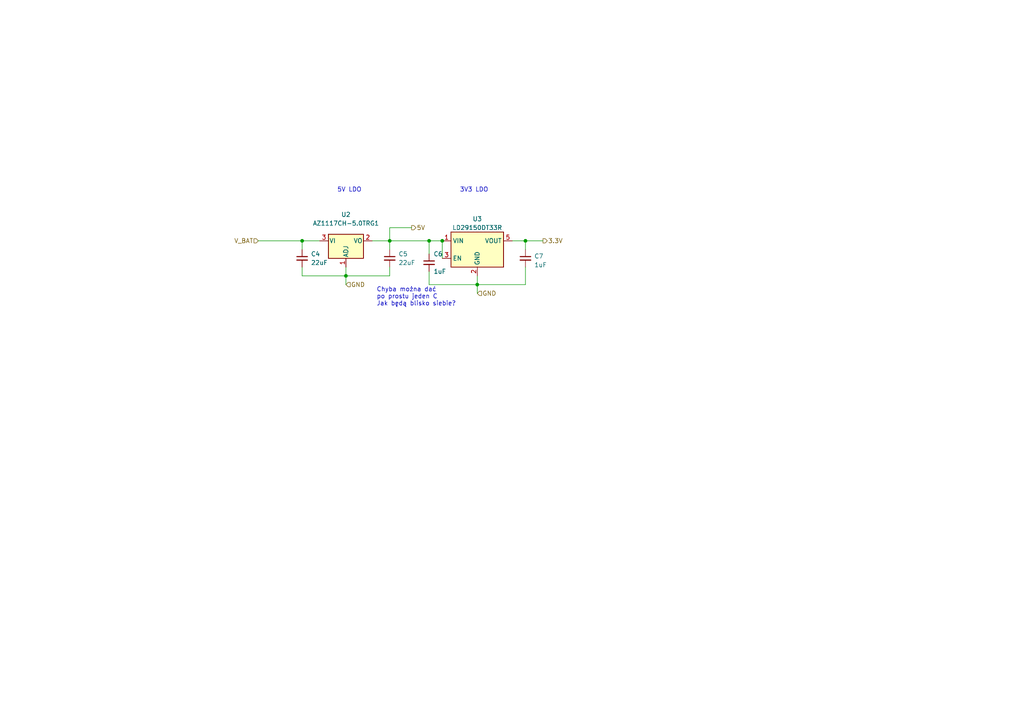
<source format=kicad_sch>
(kicad_sch (version 20230121) (generator eeschema)
  (paper "A4")
  (lib_symbols
    (symbol "Device:C_Small" (pin_numbers hide) (pin_names (offset 0.254) hide)
      (property "Reference" "C" (at 0.254 1.778 0))
      (property "Value" "C_Small" (at 0.254 -2.032 0))
      (symbol "C_Small_0_1"
        (polyline (pts (xy -1.524 -0.508) (xy 1.524 -0.508)) (stroke (width 0.3302)))
        (polyline (pts (xy -1.524 0.508) (xy 1.524 0.508)) (stroke (width 0.3048)))
      )
      (symbol "C_Small_1_1"
        (pin passive line (at 0 2.54 270) (length 2.032) (name "~") (number "1"))
        (pin passive line (at 0 -2.54 90) (length 2.032) (name "~") (number "2"))
      )
    )
    (symbol "Regulator_Linear:AZ1117H-ADJ" (pin_names (offset 0.254))
      (property "Reference" "U" (at -3.81 3.175 0))
      (property "Value" "AZ1117H-ADJ" (at 0 3.175 0))
      (symbol "AZ1117H-ADJ_0_1"
        (rectangle (start -5.08 1.905) (end 5.08 -5.08) (stroke (width 0.254)) (fill (type background)))
      )
      (symbol "AZ1117H-ADJ_1_1"
        (pin input line (at 0 -7.62 90) (length 2.54) (name "ADJ") (number "1"))
        (pin power_out line (at 7.62 0 180) (length 2.54) (name "VO") (number "2"))
        (pin power_in line (at -7.62 0 0) (length 2.54) (name "VI") (number "3"))
      )
    )
    (symbol "Regulator_Linear:MIC5366-3.3YC5"
      (property "Reference" "U" (at -6.35 6.35 0))
      (property "Value" "MIC5366-3.3YC5" (at 0 6.35 0))
      (symbol "MIC5366-3.3YC5_0_1"
        (rectangle (start -7.62 -5.08) (end 7.62 5.08) (stroke (width 0.254)) (fill (type background)))
      )
      (symbol "MIC5366-3.3YC5_1_1"
        (pin power_in line (at -10.16 2.54 0) (length 2.54) (name "VIN") (number "1"))
        (pin power_in line (at 0 -7.62 90) (length 2.54) (name "GND") (number "2"))
        (pin input line (at -10.16 -2.54 0) (length 2.54) (name "EN") (number "3"))
        (pin no_connect line (at 7.62 -2.54 180) (length 2.54) hide (name "NC") (number "4"))
        (pin power_out line (at 10.16 2.54 180) (length 2.54) (name "VOUT") (number "5"))
      )
    )
  )
  (junction (at 152.4 69.85))
  (junction (at 113.03 69.85))
  (junction (at 138.43 82.55))
  (junction (at 124.46 69.85))
  (junction (at 100.33 80.01))
  (junction (at 128.27 69.85))
  (junction (at 87.63 69.85))
  (wire (pts (xy 100.33 80.01) (xy 100.33 82.55)))
  (wire (pts (xy 148.59 69.85) (xy 152.4 69.85)))
  (wire (pts (xy 87.63 80.01) (xy 100.33 80.01)))
  (wire (pts (xy 124.46 69.85) (xy 124.46 73.66)))
  (wire (pts (xy 100.33 80.01) (xy 113.03 80.01)))
  (wire (pts (xy 124.46 78.74) (xy 124.46 82.55)))
  (wire (pts (xy 74.93 69.85) (xy 87.63 69.85)))
  (wire (pts (xy 152.4 69.85) (xy 157.48 69.85)))
  (wire (pts (xy 113.03 66.04) (xy 113.03 69.85)))
  (wire (pts (xy 152.4 69.85) (xy 152.4 72.39)))
  (wire (pts (xy 124.46 82.55) (xy 138.43 82.55)))
  (wire (pts (xy 100.33 77.47) (xy 100.33 80.01)))
  (wire (pts (xy 107.95 69.85) (xy 113.03 69.85)))
  (wire (pts (xy 119.38 66.04) (xy 113.03 66.04)))
  (wire (pts (xy 138.43 82.55) (xy 138.43 85.09)))
  (wire (pts (xy 113.03 77.47) (xy 113.03 80.01)))
  (wire (pts (xy 138.43 82.55) (xy 152.4 82.55)))
  (wire (pts (xy 124.46 69.85) (xy 128.27 69.85)))
  (wire (pts (xy 92.71 69.85) (xy 87.63 69.85)))
  (wire (pts (xy 87.63 69.85) (xy 87.63 72.39)))
  (wire (pts (xy 138.43 80.01) (xy 138.43 82.55)))
  (wire (pts (xy 152.4 77.47) (xy 152.4 82.55)))
  (wire (pts (xy 113.03 69.85) (xy 113.03 72.39)))
  (wire (pts (xy 113.03 69.85) (xy 124.46 69.85)))
  (wire (pts (xy 128.27 69.85) (xy 128.27 74.93)))
  (wire (pts (xy 87.63 77.47) (xy 87.63 80.01)))
  (text "5V LDO" (at 97.79 55.88 0) (effects (font (size 1.27 1.27)) (justify left bottom)))
  (text "Chyba można dać \npo prostu jeden C\nJak będą blisko siebie?" (at 109.22 88.9 0) (effects (font (size 1.27 1.27)) (justify left bottom)))
  (text "3V3 LDO" (at 133.35 55.88 0) (effects (font (size 1.27 1.27)) (justify left bottom)))
  (hierarchical_label "V_BAT" (shape input) (at 74.93 69.85 180))
  (hierarchical_label "GND" (shape input) (at 138.43 85.09 0))
  (hierarchical_label "3.3V" (shape output) (at 157.48 69.85 0))
  (hierarchical_label "5V" (shape output) (at 119.38 66.04 0))
  (hierarchical_label "GND" (shape input) (at 100.33 82.55 0))
  (symbol (lib_id "Device:C_Small") (at 124.46 76.2 0) (unit 1)
    (property "Reference" "C6" (at 125.73 73.66 0) (effects (justify left)))
    (property "Value" "1uF" (at 125.73 78.74 0) (effects (justify left)))
    (property "Footprint" "Capacitor_SMD:C_0805_2012Metric_Pad1.18x1.45mm_HandSolder" (effects hide))
  )
  (symbol (lib_id "Regulator_Linear:AZ1117H-ADJ") (at 100.33 69.85 0) (unit 1)
    (property "Reference" "U2" (at 100.33 62.23 0))
    (property "Value" "AZ1117CH-5.0TRG1" (at 100.33 64.77 0))
    (property "Footprint" "Package_TO_SOT_SMD:SOT-223-3_TabPin2" (effects hide))
    (property "Datasheet" "https://www.diodes.com/assets/Datasheets/products_inactive_data/AZ1117.pdf" (effects hide))
    (instances (project "test_ADC_and_CurrentSensors" (path "" (reference "U2") (unit 1))) (project "combat_2.0" (path "" (reference "U1") (unit 1))))
  )
  (symbol (lib_id "Device:C_Small") (at 113.03 74.93 0) (unit 1)
    (property "Reference" "C5" (at 115.57 73.6662 0) (effects (justify left)))
    (property "Value" "22uF" (at 115.57 76.2062 0) (effects (justify left)))
    (property "Footprint" "Capacitor_SMD:C_0805_2012Metric_Pad1.18x1.45mm_HandSolder" (effects hide))
    (instances (project "test_ADC_and_CurrentSensors" (path "" (reference "C5") (unit 1))) (project "combat_2.0" (path "" (reference "C4") (unit 1))))
  )
  (symbol (lib_id "Device:C_Small") (at 87.63 74.93 0) (unit 1)
    (property "Reference" "C4" (at 90.17 73.6662 0) (effects (justify left)))
    (property "Value" "22uF" (at 90.17 76.2062 0) (effects (justify left)))
    (property "Footprint" "Capacitor_SMD:C_0805_2012Metric_Pad1.18x1.45mm_HandSolder" (effects hide))
    (instances (project "test_ADC_and_CurrentSensors" (path "" (reference "C4") (unit 1))) (project "combat_2.0" (path "" (reference "C2") (unit 1))))
  )
  (symbol (lib_id "Device:C_Small") (at 152.4 74.93 0) (unit 1)
    (property "Reference" "C7" (at 154.94 74.3013 0) (effects (justify left)))
    (property "Value" "1uF" (at 154.94 76.8413 0) (effects (justify left)))
    (property "Footprint" "Capacitor_SMD:C_0805_2012Metric_Pad1.18x1.45mm_HandSolder" (effects hide))
    (instances (project "test_ADC_and_CurrentSensors" (path "" (reference "C7") (unit 1))) (project "combat_2.0" (path "" (reference "C8") (unit 1))))
  )
  (symbol (lib_id "Regulator_Linear:MIC5366-3.3YC5") (at 138.43 72.39 0) (unit 1)
    (property "Reference" "U3" (at 138.43 63.5 0))
    (property "Value" "LD29150DT33R" (at 138.43 66.04 0))
    (property "Footprint" "Package_TO_SOT_SMD:SOT-353_SC-70-5" (effects hide))
    (property "Datasheet" "http://ww1.microchip.com/downloads/en/DeviceDoc/mic5365.pdf" (effects hide))
    (instances (project "test_ADC_and_CurrentSensors" (path "" (reference "U3") (unit 1))) (project "combat_2.0" (path "" (reference "U2") (unit 1))))
  )
)
</source>
